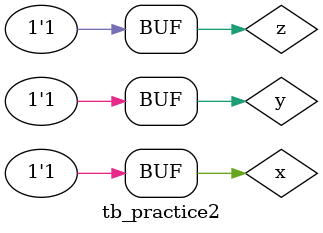
<source format=v>
`timescale 1ns/1ns

module tb_practice2;

reg x,y,z;
wire o1,o2;

or_1 u1(.x(x), .y(y), .z(z), .o1(o1));
or_2 u2(.x(x), .y(y), .z(z), .o2(o2));

initial
begin
x=0; y=0; z=0;

#250; x=0;y=1;z=0;
#250; x=1;y=0;z=0;
#250; x=1;y=1;z=0;
#250; x=0;y=0;z=1;
#250; x=0;y=1;z=1;
#250; x=1;y=0;z=1;
#250; x=1;y=1;z=1; 
end

endmodule

</source>
